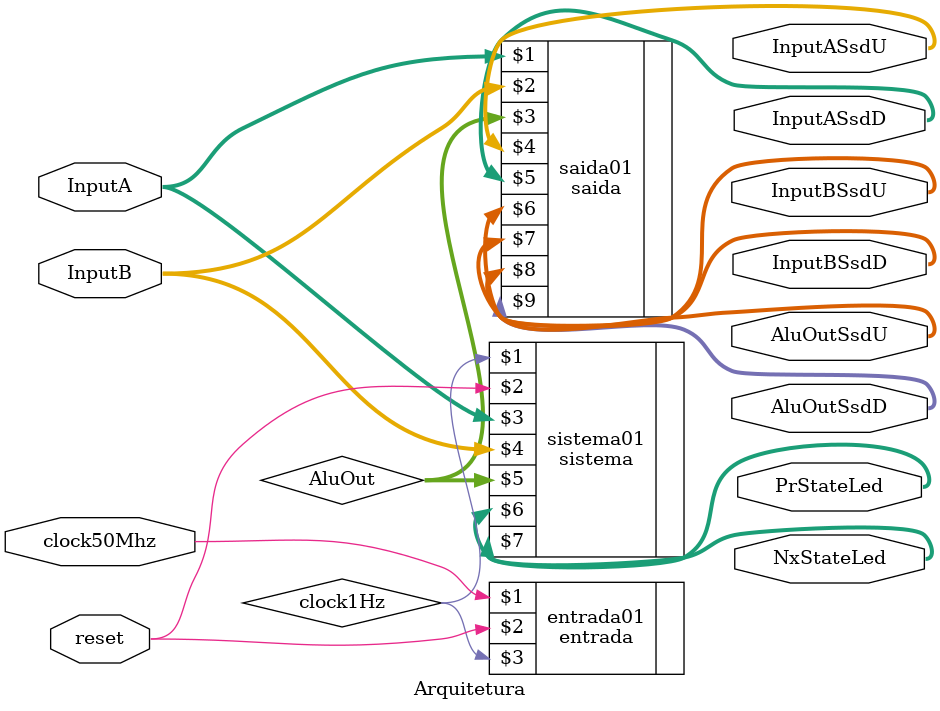
<source format=v>
module Arquitetura (
    input wire[3:0]InputA, InputB,
    input wire clock50Mhz, reset,

    output wire[2:0] PrStateLed,NxStateLed,
    output wire[6:0] InputASsdU,InputASsdD,
    output wire[6:0] InputBSsdU,InputBSsdD,
    output wire[6:0] AluOutSsdU,AluOutSsdD
);

wire clock1Hz;
entrada entrada01(clock50Mhz, reset, clock1Hz);

wire[3:0] AluOut;
sistema sistema01(clock1Hz, reset, InputA, InputB, AluOut, PrStateLed, NxStateLed);

saida saida01(InputA, InputB, AluOut, InputASsdU, InputASsdD, InputBSsdU, InputBSsdD, AluOutSsdU, AluOutSsdD);

endmodule
</source>
